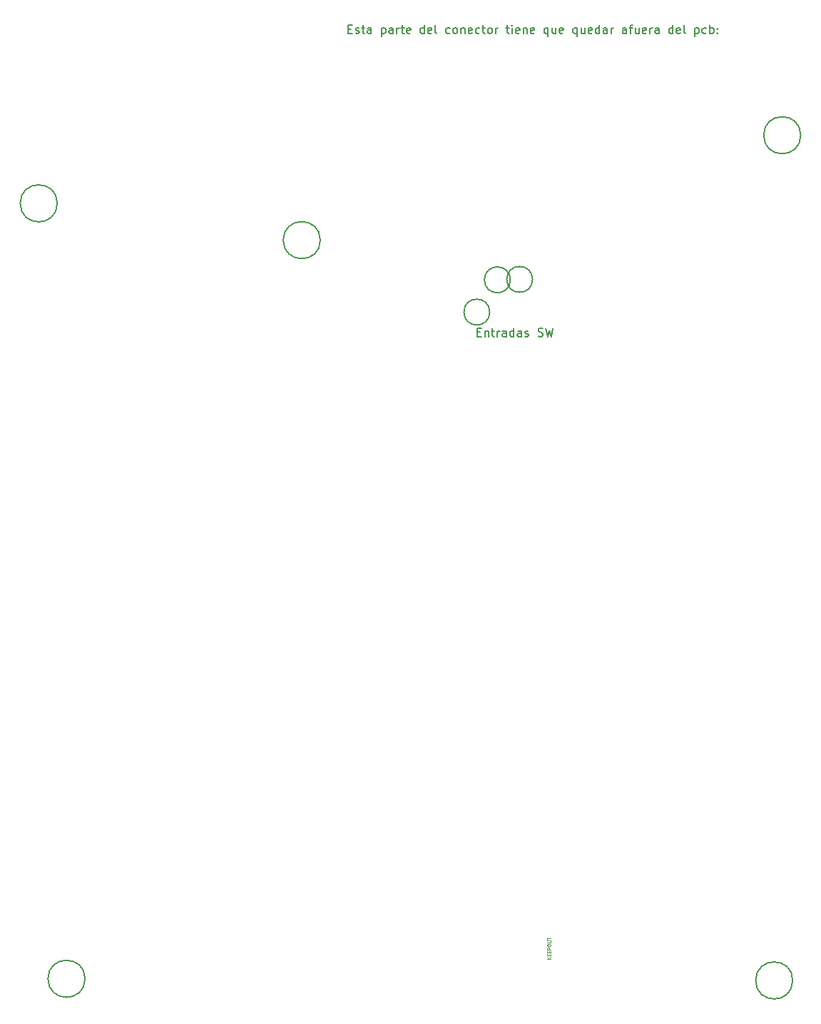
<source format=gbr>
%TF.GenerationSoftware,KiCad,Pcbnew,(6.0.7)*%
%TF.CreationDate,2022-10-25T18:18:11-03:00*%
%TF.ProjectId,uEFI_rev3,75454649-5f72-4657-9633-2e6b69636164,v3.0*%
%TF.SameCoordinates,Original*%
%TF.FileFunction,Other,Comment*%
%FSLAX46Y46*%
G04 Gerber Fmt 4.6, Leading zero omitted, Abs format (unit mm)*
G04 Created by KiCad (PCBNEW (6.0.7)) date 2022-10-25 18:18:11*
%MOMM*%
%LPD*%
G01*
G04 APERTURE LIST*
%ADD10C,0.150000*%
%ADD11C,0.070000*%
G04 APERTURE END LIST*
D10*
X116037747Y-72796400D02*
G75*
G03*
X116037747Y-72796400I-1534547J0D01*
G01*
X121117747Y-68920746D02*
G75*
G03*
X121117747Y-68920746I-1534547J0D01*
G01*
X118476147Y-68971546D02*
G75*
G03*
X118476147Y-68971546I-1534547J0D01*
G01*
X114547619Y-75178571D02*
X114880952Y-75178571D01*
X115023809Y-75702380D02*
X114547619Y-75702380D01*
X114547619Y-74702380D01*
X115023809Y-74702380D01*
X115452380Y-75035714D02*
X115452380Y-75702380D01*
X115452380Y-75130952D02*
X115500000Y-75083333D01*
X115595238Y-75035714D01*
X115738095Y-75035714D01*
X115833333Y-75083333D01*
X115880952Y-75178571D01*
X115880952Y-75702380D01*
X116214285Y-75035714D02*
X116595238Y-75035714D01*
X116357142Y-74702380D02*
X116357142Y-75559523D01*
X116404761Y-75654761D01*
X116500000Y-75702380D01*
X116595238Y-75702380D01*
X116928571Y-75702380D02*
X116928571Y-75035714D01*
X116928571Y-75226190D02*
X116976190Y-75130952D01*
X117023809Y-75083333D01*
X117119047Y-75035714D01*
X117214285Y-75035714D01*
X117976190Y-75702380D02*
X117976190Y-75178571D01*
X117928571Y-75083333D01*
X117833333Y-75035714D01*
X117642857Y-75035714D01*
X117547619Y-75083333D01*
X117976190Y-75654761D02*
X117880952Y-75702380D01*
X117642857Y-75702380D01*
X117547619Y-75654761D01*
X117500000Y-75559523D01*
X117500000Y-75464285D01*
X117547619Y-75369047D01*
X117642857Y-75321428D01*
X117880952Y-75321428D01*
X117976190Y-75273809D01*
X118880952Y-75702380D02*
X118880952Y-74702380D01*
X118880952Y-75654761D02*
X118785714Y-75702380D01*
X118595238Y-75702380D01*
X118500000Y-75654761D01*
X118452380Y-75607142D01*
X118404761Y-75511904D01*
X118404761Y-75226190D01*
X118452380Y-75130952D01*
X118500000Y-75083333D01*
X118595238Y-75035714D01*
X118785714Y-75035714D01*
X118880952Y-75083333D01*
X119785714Y-75702380D02*
X119785714Y-75178571D01*
X119738095Y-75083333D01*
X119642857Y-75035714D01*
X119452380Y-75035714D01*
X119357142Y-75083333D01*
X119785714Y-75654761D02*
X119690476Y-75702380D01*
X119452380Y-75702380D01*
X119357142Y-75654761D01*
X119309523Y-75559523D01*
X119309523Y-75464285D01*
X119357142Y-75369047D01*
X119452380Y-75321428D01*
X119690476Y-75321428D01*
X119785714Y-75273809D01*
X120214285Y-75654761D02*
X120309523Y-75702380D01*
X120500000Y-75702380D01*
X120595238Y-75654761D01*
X120642857Y-75559523D01*
X120642857Y-75511904D01*
X120595238Y-75416666D01*
X120500000Y-75369047D01*
X120357142Y-75369047D01*
X120261904Y-75321428D01*
X120214285Y-75226190D01*
X120214285Y-75178571D01*
X120261904Y-75083333D01*
X120357142Y-75035714D01*
X120500000Y-75035714D01*
X120595238Y-75083333D01*
X121785714Y-75654761D02*
X121928571Y-75702380D01*
X122166666Y-75702380D01*
X122261904Y-75654761D01*
X122309523Y-75607142D01*
X122357142Y-75511904D01*
X122357142Y-75416666D01*
X122309523Y-75321428D01*
X122261904Y-75273809D01*
X122166666Y-75226190D01*
X121976190Y-75178571D01*
X121880952Y-75130952D01*
X121833333Y-75083333D01*
X121785714Y-74988095D01*
X121785714Y-74892857D01*
X121833333Y-74797619D01*
X121880952Y-74750000D01*
X121976190Y-74702380D01*
X122214285Y-74702380D01*
X122357142Y-74750000D01*
X122690476Y-74702380D02*
X122928571Y-75702380D01*
X123119047Y-74988095D01*
X123309523Y-75702380D01*
X123547619Y-74702380D01*
X99255238Y-39218571D02*
X99588571Y-39218571D01*
X99731428Y-39742380D02*
X99255238Y-39742380D01*
X99255238Y-38742380D01*
X99731428Y-38742380D01*
X100112380Y-39694761D02*
X100207619Y-39742380D01*
X100398095Y-39742380D01*
X100493333Y-39694761D01*
X100540952Y-39599523D01*
X100540952Y-39551904D01*
X100493333Y-39456666D01*
X100398095Y-39409047D01*
X100255238Y-39409047D01*
X100160000Y-39361428D01*
X100112380Y-39266190D01*
X100112380Y-39218571D01*
X100160000Y-39123333D01*
X100255238Y-39075714D01*
X100398095Y-39075714D01*
X100493333Y-39123333D01*
X100826666Y-39075714D02*
X101207619Y-39075714D01*
X100969523Y-38742380D02*
X100969523Y-39599523D01*
X101017142Y-39694761D01*
X101112380Y-39742380D01*
X101207619Y-39742380D01*
X101969523Y-39742380D02*
X101969523Y-39218571D01*
X101921904Y-39123333D01*
X101826666Y-39075714D01*
X101636190Y-39075714D01*
X101540952Y-39123333D01*
X101969523Y-39694761D02*
X101874285Y-39742380D01*
X101636190Y-39742380D01*
X101540952Y-39694761D01*
X101493333Y-39599523D01*
X101493333Y-39504285D01*
X101540952Y-39409047D01*
X101636190Y-39361428D01*
X101874285Y-39361428D01*
X101969523Y-39313809D01*
X103207619Y-39075714D02*
X103207619Y-40075714D01*
X103207619Y-39123333D02*
X103302857Y-39075714D01*
X103493333Y-39075714D01*
X103588571Y-39123333D01*
X103636190Y-39170952D01*
X103683809Y-39266190D01*
X103683809Y-39551904D01*
X103636190Y-39647142D01*
X103588571Y-39694761D01*
X103493333Y-39742380D01*
X103302857Y-39742380D01*
X103207619Y-39694761D01*
X104540952Y-39742380D02*
X104540952Y-39218571D01*
X104493333Y-39123333D01*
X104398095Y-39075714D01*
X104207619Y-39075714D01*
X104112380Y-39123333D01*
X104540952Y-39694761D02*
X104445714Y-39742380D01*
X104207619Y-39742380D01*
X104112380Y-39694761D01*
X104064761Y-39599523D01*
X104064761Y-39504285D01*
X104112380Y-39409047D01*
X104207619Y-39361428D01*
X104445714Y-39361428D01*
X104540952Y-39313809D01*
X105017142Y-39742380D02*
X105017142Y-39075714D01*
X105017142Y-39266190D02*
X105064761Y-39170952D01*
X105112380Y-39123333D01*
X105207619Y-39075714D01*
X105302857Y-39075714D01*
X105493333Y-39075714D02*
X105874285Y-39075714D01*
X105636190Y-38742380D02*
X105636190Y-39599523D01*
X105683809Y-39694761D01*
X105779047Y-39742380D01*
X105874285Y-39742380D01*
X106588571Y-39694761D02*
X106493333Y-39742380D01*
X106302857Y-39742380D01*
X106207619Y-39694761D01*
X106160000Y-39599523D01*
X106160000Y-39218571D01*
X106207619Y-39123333D01*
X106302857Y-39075714D01*
X106493333Y-39075714D01*
X106588571Y-39123333D01*
X106636190Y-39218571D01*
X106636190Y-39313809D01*
X106160000Y-39409047D01*
X108255238Y-39742380D02*
X108255238Y-38742380D01*
X108255238Y-39694761D02*
X108160000Y-39742380D01*
X107969523Y-39742380D01*
X107874285Y-39694761D01*
X107826666Y-39647142D01*
X107779047Y-39551904D01*
X107779047Y-39266190D01*
X107826666Y-39170952D01*
X107874285Y-39123333D01*
X107969523Y-39075714D01*
X108160000Y-39075714D01*
X108255238Y-39123333D01*
X109112380Y-39694761D02*
X109017142Y-39742380D01*
X108826666Y-39742380D01*
X108731428Y-39694761D01*
X108683809Y-39599523D01*
X108683809Y-39218571D01*
X108731428Y-39123333D01*
X108826666Y-39075714D01*
X109017142Y-39075714D01*
X109112380Y-39123333D01*
X109160000Y-39218571D01*
X109160000Y-39313809D01*
X108683809Y-39409047D01*
X109731428Y-39742380D02*
X109636190Y-39694761D01*
X109588571Y-39599523D01*
X109588571Y-38742380D01*
X111302857Y-39694761D02*
X111207619Y-39742380D01*
X111017142Y-39742380D01*
X110921904Y-39694761D01*
X110874285Y-39647142D01*
X110826666Y-39551904D01*
X110826666Y-39266190D01*
X110874285Y-39170952D01*
X110921904Y-39123333D01*
X111017142Y-39075714D01*
X111207619Y-39075714D01*
X111302857Y-39123333D01*
X111874285Y-39742380D02*
X111779047Y-39694761D01*
X111731428Y-39647142D01*
X111683809Y-39551904D01*
X111683809Y-39266190D01*
X111731428Y-39170952D01*
X111779047Y-39123333D01*
X111874285Y-39075714D01*
X112017142Y-39075714D01*
X112112380Y-39123333D01*
X112160000Y-39170952D01*
X112207619Y-39266190D01*
X112207619Y-39551904D01*
X112160000Y-39647142D01*
X112112380Y-39694761D01*
X112017142Y-39742380D01*
X111874285Y-39742380D01*
X112636190Y-39075714D02*
X112636190Y-39742380D01*
X112636190Y-39170952D02*
X112683809Y-39123333D01*
X112779047Y-39075714D01*
X112921904Y-39075714D01*
X113017142Y-39123333D01*
X113064761Y-39218571D01*
X113064761Y-39742380D01*
X113921904Y-39694761D02*
X113826666Y-39742380D01*
X113636190Y-39742380D01*
X113540952Y-39694761D01*
X113493333Y-39599523D01*
X113493333Y-39218571D01*
X113540952Y-39123333D01*
X113636190Y-39075714D01*
X113826666Y-39075714D01*
X113921904Y-39123333D01*
X113969523Y-39218571D01*
X113969523Y-39313809D01*
X113493333Y-39409047D01*
X114826666Y-39694761D02*
X114731428Y-39742380D01*
X114540952Y-39742380D01*
X114445714Y-39694761D01*
X114398095Y-39647142D01*
X114350476Y-39551904D01*
X114350476Y-39266190D01*
X114398095Y-39170952D01*
X114445714Y-39123333D01*
X114540952Y-39075714D01*
X114731428Y-39075714D01*
X114826666Y-39123333D01*
X115112380Y-39075714D02*
X115493333Y-39075714D01*
X115255238Y-38742380D02*
X115255238Y-39599523D01*
X115302857Y-39694761D01*
X115398095Y-39742380D01*
X115493333Y-39742380D01*
X115969523Y-39742380D02*
X115874285Y-39694761D01*
X115826666Y-39647142D01*
X115779047Y-39551904D01*
X115779047Y-39266190D01*
X115826666Y-39170952D01*
X115874285Y-39123333D01*
X115969523Y-39075714D01*
X116112380Y-39075714D01*
X116207619Y-39123333D01*
X116255238Y-39170952D01*
X116302857Y-39266190D01*
X116302857Y-39551904D01*
X116255238Y-39647142D01*
X116207619Y-39694761D01*
X116112380Y-39742380D01*
X115969523Y-39742380D01*
X116731428Y-39742380D02*
X116731428Y-39075714D01*
X116731428Y-39266190D02*
X116779047Y-39170952D01*
X116826666Y-39123333D01*
X116921904Y-39075714D01*
X117017142Y-39075714D01*
X117969523Y-39075714D02*
X118350476Y-39075714D01*
X118112380Y-38742380D02*
X118112380Y-39599523D01*
X118160000Y-39694761D01*
X118255238Y-39742380D01*
X118350476Y-39742380D01*
X118683809Y-39742380D02*
X118683809Y-39075714D01*
X118683809Y-38742380D02*
X118636190Y-38790000D01*
X118683809Y-38837619D01*
X118731428Y-38790000D01*
X118683809Y-38742380D01*
X118683809Y-38837619D01*
X119540952Y-39694761D02*
X119445714Y-39742380D01*
X119255238Y-39742380D01*
X119160000Y-39694761D01*
X119112380Y-39599523D01*
X119112380Y-39218571D01*
X119160000Y-39123333D01*
X119255238Y-39075714D01*
X119445714Y-39075714D01*
X119540952Y-39123333D01*
X119588571Y-39218571D01*
X119588571Y-39313809D01*
X119112380Y-39409047D01*
X120017142Y-39075714D02*
X120017142Y-39742380D01*
X120017142Y-39170952D02*
X120064761Y-39123333D01*
X120160000Y-39075714D01*
X120302857Y-39075714D01*
X120398095Y-39123333D01*
X120445714Y-39218571D01*
X120445714Y-39742380D01*
X121302857Y-39694761D02*
X121207619Y-39742380D01*
X121017142Y-39742380D01*
X120921904Y-39694761D01*
X120874285Y-39599523D01*
X120874285Y-39218571D01*
X120921904Y-39123333D01*
X121017142Y-39075714D01*
X121207619Y-39075714D01*
X121302857Y-39123333D01*
X121350476Y-39218571D01*
X121350476Y-39313809D01*
X120874285Y-39409047D01*
X122969523Y-39075714D02*
X122969523Y-40075714D01*
X122969523Y-39694761D02*
X122874285Y-39742380D01*
X122683809Y-39742380D01*
X122588571Y-39694761D01*
X122540952Y-39647142D01*
X122493333Y-39551904D01*
X122493333Y-39266190D01*
X122540952Y-39170952D01*
X122588571Y-39123333D01*
X122683809Y-39075714D01*
X122874285Y-39075714D01*
X122969523Y-39123333D01*
X123874285Y-39075714D02*
X123874285Y-39742380D01*
X123445714Y-39075714D02*
X123445714Y-39599523D01*
X123493333Y-39694761D01*
X123588571Y-39742380D01*
X123731428Y-39742380D01*
X123826666Y-39694761D01*
X123874285Y-39647142D01*
X124731428Y-39694761D02*
X124636190Y-39742380D01*
X124445714Y-39742380D01*
X124350476Y-39694761D01*
X124302857Y-39599523D01*
X124302857Y-39218571D01*
X124350476Y-39123333D01*
X124445714Y-39075714D01*
X124636190Y-39075714D01*
X124731428Y-39123333D01*
X124779047Y-39218571D01*
X124779047Y-39313809D01*
X124302857Y-39409047D01*
X126398095Y-39075714D02*
X126398095Y-40075714D01*
X126398095Y-39694761D02*
X126302857Y-39742380D01*
X126112380Y-39742380D01*
X126017142Y-39694761D01*
X125969523Y-39647142D01*
X125921904Y-39551904D01*
X125921904Y-39266190D01*
X125969523Y-39170952D01*
X126017142Y-39123333D01*
X126112380Y-39075714D01*
X126302857Y-39075714D01*
X126398095Y-39123333D01*
X127302857Y-39075714D02*
X127302857Y-39742380D01*
X126874285Y-39075714D02*
X126874285Y-39599523D01*
X126921904Y-39694761D01*
X127017142Y-39742380D01*
X127160000Y-39742380D01*
X127255238Y-39694761D01*
X127302857Y-39647142D01*
X128160000Y-39694761D02*
X128064761Y-39742380D01*
X127874285Y-39742380D01*
X127779047Y-39694761D01*
X127731428Y-39599523D01*
X127731428Y-39218571D01*
X127779047Y-39123333D01*
X127874285Y-39075714D01*
X128064761Y-39075714D01*
X128160000Y-39123333D01*
X128207619Y-39218571D01*
X128207619Y-39313809D01*
X127731428Y-39409047D01*
X129064761Y-39742380D02*
X129064761Y-38742380D01*
X129064761Y-39694761D02*
X128969523Y-39742380D01*
X128779047Y-39742380D01*
X128683809Y-39694761D01*
X128636190Y-39647142D01*
X128588571Y-39551904D01*
X128588571Y-39266190D01*
X128636190Y-39170952D01*
X128683809Y-39123333D01*
X128779047Y-39075714D01*
X128969523Y-39075714D01*
X129064761Y-39123333D01*
X129969523Y-39742380D02*
X129969523Y-39218571D01*
X129921904Y-39123333D01*
X129826666Y-39075714D01*
X129636190Y-39075714D01*
X129540952Y-39123333D01*
X129969523Y-39694761D02*
X129874285Y-39742380D01*
X129636190Y-39742380D01*
X129540952Y-39694761D01*
X129493333Y-39599523D01*
X129493333Y-39504285D01*
X129540952Y-39409047D01*
X129636190Y-39361428D01*
X129874285Y-39361428D01*
X129969523Y-39313809D01*
X130445714Y-39742380D02*
X130445714Y-39075714D01*
X130445714Y-39266190D02*
X130493333Y-39170952D01*
X130540952Y-39123333D01*
X130636190Y-39075714D01*
X130731428Y-39075714D01*
X132255238Y-39742380D02*
X132255238Y-39218571D01*
X132207619Y-39123333D01*
X132112380Y-39075714D01*
X131921904Y-39075714D01*
X131826666Y-39123333D01*
X132255238Y-39694761D02*
X132160000Y-39742380D01*
X131921904Y-39742380D01*
X131826666Y-39694761D01*
X131779047Y-39599523D01*
X131779047Y-39504285D01*
X131826666Y-39409047D01*
X131921904Y-39361428D01*
X132160000Y-39361428D01*
X132255238Y-39313809D01*
X132588571Y-39075714D02*
X132969523Y-39075714D01*
X132731428Y-39742380D02*
X132731428Y-38885238D01*
X132779047Y-38790000D01*
X132874285Y-38742380D01*
X132969523Y-38742380D01*
X133731428Y-39075714D02*
X133731428Y-39742380D01*
X133302857Y-39075714D02*
X133302857Y-39599523D01*
X133350476Y-39694761D01*
X133445714Y-39742380D01*
X133588571Y-39742380D01*
X133683809Y-39694761D01*
X133731428Y-39647142D01*
X134588571Y-39694761D02*
X134493333Y-39742380D01*
X134302857Y-39742380D01*
X134207619Y-39694761D01*
X134160000Y-39599523D01*
X134160000Y-39218571D01*
X134207619Y-39123333D01*
X134302857Y-39075714D01*
X134493333Y-39075714D01*
X134588571Y-39123333D01*
X134636190Y-39218571D01*
X134636190Y-39313809D01*
X134160000Y-39409047D01*
X135064761Y-39742380D02*
X135064761Y-39075714D01*
X135064761Y-39266190D02*
X135112380Y-39170952D01*
X135160000Y-39123333D01*
X135255238Y-39075714D01*
X135350476Y-39075714D01*
X136112380Y-39742380D02*
X136112380Y-39218571D01*
X136064761Y-39123333D01*
X135969523Y-39075714D01*
X135779047Y-39075714D01*
X135683809Y-39123333D01*
X136112380Y-39694761D02*
X136017142Y-39742380D01*
X135779047Y-39742380D01*
X135683809Y-39694761D01*
X135636190Y-39599523D01*
X135636190Y-39504285D01*
X135683809Y-39409047D01*
X135779047Y-39361428D01*
X136017142Y-39361428D01*
X136112380Y-39313809D01*
X137779047Y-39742380D02*
X137779047Y-38742380D01*
X137779047Y-39694761D02*
X137683809Y-39742380D01*
X137493333Y-39742380D01*
X137398095Y-39694761D01*
X137350476Y-39647142D01*
X137302857Y-39551904D01*
X137302857Y-39266190D01*
X137350476Y-39170952D01*
X137398095Y-39123333D01*
X137493333Y-39075714D01*
X137683809Y-39075714D01*
X137779047Y-39123333D01*
X138636190Y-39694761D02*
X138540952Y-39742380D01*
X138350476Y-39742380D01*
X138255238Y-39694761D01*
X138207619Y-39599523D01*
X138207619Y-39218571D01*
X138255238Y-39123333D01*
X138350476Y-39075714D01*
X138540952Y-39075714D01*
X138636190Y-39123333D01*
X138683809Y-39218571D01*
X138683809Y-39313809D01*
X138207619Y-39409047D01*
X139255238Y-39742380D02*
X139160000Y-39694761D01*
X139112380Y-39599523D01*
X139112380Y-38742380D01*
X140398095Y-39075714D02*
X140398095Y-40075714D01*
X140398095Y-39123333D02*
X140493333Y-39075714D01*
X140683809Y-39075714D01*
X140779047Y-39123333D01*
X140826666Y-39170952D01*
X140874285Y-39266190D01*
X140874285Y-39551904D01*
X140826666Y-39647142D01*
X140779047Y-39694761D01*
X140683809Y-39742380D01*
X140493333Y-39742380D01*
X140398095Y-39694761D01*
X141731428Y-39694761D02*
X141636190Y-39742380D01*
X141445714Y-39742380D01*
X141350476Y-39694761D01*
X141302857Y-39647142D01*
X141255238Y-39551904D01*
X141255238Y-39266190D01*
X141302857Y-39170952D01*
X141350476Y-39123333D01*
X141445714Y-39075714D01*
X141636190Y-39075714D01*
X141731428Y-39123333D01*
X142160000Y-39742380D02*
X142160000Y-38742380D01*
X142160000Y-39123333D02*
X142255238Y-39075714D01*
X142445714Y-39075714D01*
X142540952Y-39123333D01*
X142588571Y-39170952D01*
X142636190Y-39266190D01*
X142636190Y-39551904D01*
X142588571Y-39647142D01*
X142540952Y-39694761D01*
X142445714Y-39742380D01*
X142255238Y-39742380D01*
X142160000Y-39694761D01*
X143064761Y-39647142D02*
X143112380Y-39694761D01*
X143064761Y-39742380D01*
X143017142Y-39694761D01*
X143064761Y-39647142D01*
X143064761Y-39742380D01*
X143064761Y-39123333D02*
X143112380Y-39170952D01*
X143064761Y-39218571D01*
X143017142Y-39170952D01*
X143064761Y-39123333D01*
X143064761Y-39218571D01*
D11*
%TO.C,J2*%
X123270952Y-149548095D02*
X122870952Y-149548095D01*
X123270952Y-149319523D02*
X123042380Y-149490952D01*
X122870952Y-149319523D02*
X123099523Y-149548095D01*
X123061428Y-149148095D02*
X123061428Y-149014761D01*
X123270952Y-148957619D02*
X123270952Y-149148095D01*
X122870952Y-149148095D01*
X122870952Y-148957619D01*
X123061428Y-148786190D02*
X123061428Y-148652857D01*
X123270952Y-148595714D02*
X123270952Y-148786190D01*
X122870952Y-148786190D01*
X122870952Y-148595714D01*
X123270952Y-148424285D02*
X122870952Y-148424285D01*
X122870952Y-148271904D01*
X122890000Y-148233809D01*
X122909047Y-148214761D01*
X122947142Y-148195714D01*
X123004285Y-148195714D01*
X123042380Y-148214761D01*
X123061428Y-148233809D01*
X123080476Y-148271904D01*
X123080476Y-148424285D01*
X122870952Y-147948095D02*
X122870952Y-147871904D01*
X122890000Y-147833809D01*
X122928095Y-147795714D01*
X123004285Y-147776666D01*
X123137619Y-147776666D01*
X123213809Y-147795714D01*
X123251904Y-147833809D01*
X123270952Y-147871904D01*
X123270952Y-147948095D01*
X123251904Y-147986190D01*
X123213809Y-148024285D01*
X123137619Y-148043333D01*
X123004285Y-148043333D01*
X122928095Y-148024285D01*
X122890000Y-147986190D01*
X122870952Y-147948095D01*
X122870952Y-147605238D02*
X123194761Y-147605238D01*
X123232857Y-147586190D01*
X123251904Y-147567142D01*
X123270952Y-147529047D01*
X123270952Y-147452857D01*
X123251904Y-147414761D01*
X123232857Y-147395714D01*
X123194761Y-147376666D01*
X122870952Y-147376666D01*
X122870952Y-147243333D02*
X122870952Y-147014761D01*
X123270952Y-147129047D02*
X122870952Y-147129047D01*
D10*
%TO.C,H9*%
X64700000Y-59900000D02*
G75*
G03*
X64700000Y-59900000I-2200000J0D01*
G01*
%TO.C,H1*%
X68000000Y-151900000D02*
G75*
G03*
X68000000Y-151900000I-2200000J0D01*
G01*
%TO.C,H4*%
X152000000Y-152100000D02*
G75*
G03*
X152000000Y-152100000I-2200000J0D01*
G01*
%TO.C,H3*%
X95926000Y-64262000D02*
G75*
G03*
X95926000Y-64262000I-2200000J0D01*
G01*
%TO.C,H2*%
X152949000Y-51816000D02*
G75*
G03*
X152949000Y-51816000I-2200000J0D01*
G01*
%TD*%
M02*

</source>
